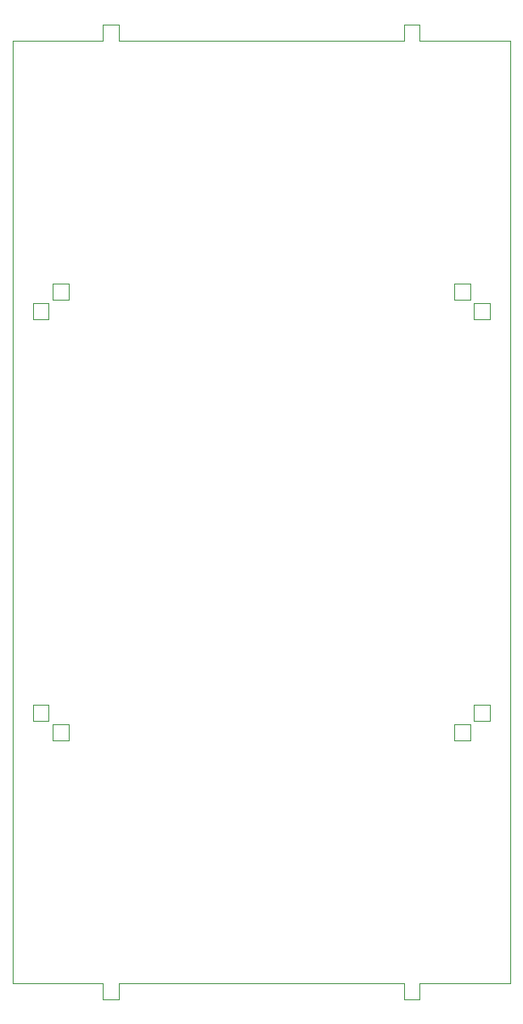
<source format=gbr>
%TF.GenerationSoftware,KiCad,Pcbnew,(5.1.6)-1*%
%TF.CreationDate,2020-10-22T00:10:31+01:00*%
%TF.ProjectId,nyantern,6e79616e-7465-4726-9e2e-6b696361645f,rev?*%
%TF.SameCoordinates,Original*%
%TF.FileFunction,Profile,NP*%
%FSLAX46Y46*%
G04 Gerber Fmt 4.6, Leading zero omitted, Abs format (unit mm)*
G04 Created by KiCad (PCBNEW (5.1.6)-1) date 2020-10-22 00:10:31*
%MOMM*%
%LPD*%
G01*
G04 APERTURE LIST*
%TA.AperFunction,Profile*%
%ADD10C,0.050000*%
%TD*%
G04 APERTURE END LIST*
D10*
X165800000Y-53000000D02*
X165800000Y-51400000D01*
X130800000Y-121200000D02*
X129200000Y-121200000D01*
X172800000Y-79200000D02*
X171200000Y-79200000D01*
X129200000Y-121200000D02*
X129200000Y-122800000D01*
X171200000Y-79200000D02*
X171200000Y-80800000D01*
X130800000Y-122800000D02*
X129200000Y-122800000D01*
X172800000Y-80800000D02*
X171200000Y-80800000D01*
X130800000Y-121200000D02*
X130800000Y-122800000D01*
X172800000Y-79200000D02*
X172800000Y-80800000D01*
X128800000Y-119200000D02*
X128800000Y-120800000D01*
X170800000Y-77200000D02*
X170800000Y-78800000D01*
X127200000Y-119200000D02*
X127200000Y-120800000D01*
X169200000Y-77200000D02*
X169200000Y-78800000D01*
X128800000Y-119200000D02*
X127200000Y-119200000D01*
X170800000Y-77200000D02*
X169200000Y-77200000D01*
X128800000Y-120800000D02*
X127200000Y-120800000D01*
X170800000Y-78800000D02*
X169200000Y-78800000D01*
X170800000Y-122800000D02*
X169200000Y-122800000D01*
X172800000Y-120800000D02*
X171200000Y-120800000D01*
X172800000Y-119200000D02*
X172800000Y-120800000D01*
X171200000Y-119200000D02*
X171200000Y-120800000D01*
X170800000Y-121200000D02*
X170800000Y-122800000D01*
X169200000Y-121200000D02*
X169200000Y-122800000D01*
X172800000Y-119200000D02*
X171200000Y-119200000D01*
X170800000Y-121200000D02*
X169200000Y-121200000D01*
X130800000Y-78800000D02*
X129200000Y-78800000D01*
X130800000Y-77200000D02*
X130800000Y-78800000D01*
X129200000Y-77200000D02*
X129200000Y-78800000D01*
X130800000Y-77200000D02*
X129200000Y-77200000D01*
X128800000Y-79200000D02*
X127200000Y-79200000D01*
X127200000Y-79200000D02*
X127200000Y-80800000D01*
X128800000Y-80800000D02*
X127200000Y-80800000D01*
X128800000Y-79200000D02*
X128800000Y-80800000D01*
X165800000Y-147000000D02*
X174800000Y-147000000D01*
X134200000Y-147000000D02*
X134200000Y-148600000D01*
X164200000Y-148600000D02*
X165800000Y-148600000D01*
X165800000Y-147000000D02*
X165800000Y-148600000D01*
X164200000Y-148600000D02*
X164200000Y-147000000D01*
X135800000Y-147000000D02*
X164200000Y-147000000D01*
X135800000Y-148600000D02*
X134200000Y-148600000D01*
X135800000Y-148600000D02*
X135800000Y-147000000D01*
X125200000Y-147000000D02*
X134200000Y-147000000D01*
X165800000Y-53000000D02*
X174800000Y-53000000D01*
X164200000Y-51400000D02*
X165800000Y-51400000D01*
X164200000Y-53000000D02*
X164200000Y-51400000D01*
X134200000Y-51400000D02*
X134200000Y-53000000D01*
X135800000Y-51400000D02*
X134200000Y-51400000D01*
X135800000Y-53000000D02*
X135800000Y-51400000D01*
X135800000Y-53000000D02*
X164200000Y-53000000D01*
X125200000Y-147000000D02*
X125200000Y-53000000D01*
X174800000Y-53000000D02*
X174800000Y-147000000D01*
X125200000Y-53000000D02*
X134200000Y-53000000D01*
M02*

</source>
